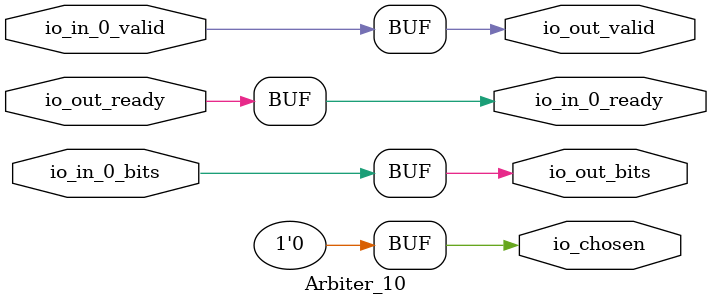
<source format=v>
module Arbiter_10
(
  io_in_0_ready,
  io_in_0_valid,
  io_in_0_bits,
  io_out_ready,
  io_out_valid,
  io_out_bits,
  io_chosen
);

  input io_in_0_valid;
  input io_in_0_bits;
  input io_out_ready;
  output io_in_0_ready;
  output io_out_valid;
  output io_out_bits;
  output io_chosen;
  wire io_in_0_ready,io_out_valid,io_out_bits,io_chosen,io_out_ready,io_in_0_valid,
  io_in_0_bits;
  assign io_chosen = 1'b0;
  assign io_in_0_ready = io_out_ready;
  assign io_out_valid = io_in_0_valid;
  assign io_out_bits = io_in_0_bits;

endmodule
</source>
